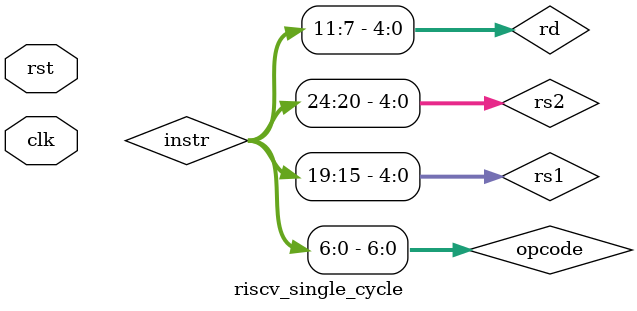
<source format=v>
module riscv_single_cycle (
    input clk,
    input rst
);
    // Program Counter
    wire [63:0] pc_next;
    reg [63:0] pc;
    wire [31:0] instr;

    // Instruction Memory
    instruction_memory imem (
        .addr(pc),
        .instr(instr)
    );

    // Control signals
    wire RegWrite, MemToReg, ALUsrc, branch, jump, memWrite, memRead;
    wire [2:0] alu_sel;

    // Main Control
    control_fsm control (
        .instr(instr),
        .RegWrite(RegWrite),
        .MemToReg(MemToReg),
        .ALUsrc(ALUsrc),
        .branch(branch),
        .jump(jump),
        .memWrite(memWrite),
        .memRead(memRead),
        .alu_sel(alu_sel)
    );

    // Register File
    wire [63:0] regA, regB, regW;
    wire [4:0] rs1 = instr[19:15];
    wire [4:0] rs2 = instr[24:20];
    wire [4:0] rd  = instr[11:7];

    regfile64 rf (
        .clk(clk),
        .rst(rst),
        .we(RegWrite),
        .Rw(rd),
        .Ra(rs1),
        .Rb(rs2),
        .W(regW),
        .A(regA),
        .B(regB)
    );

    // Immediate Generator and decoded fields
    wire [6:0] opcode = instr[6:0];
    wire [2:0] funct3 = instr[14:12];
    wire [63:0] imm;
    immediate_generator imm_gen (
        .instr(instr),
        .imm(imm)
    );

    // ALU
    wire [63:0] alu_in2 = ALUsrc ? imm : regB;
    wire [63:0] alu_result;
    wire alu_zero;

    ALU alu (
        .A(regA),
        .B(alu_in2),
        .ALUop(alu_sel),
        .result(alu_result),
        .zero(alu_zero)
    );

    // Data Memory
    wire [63:0] mem_out;
    data_mem64 dmem (
        .clk(clk),
        .memread(memRead),
        .memwrite(memWrite),
        .funct3(funct3),
        .addr(alu_result),
        .wdata(regB),
        .rdata(mem_out)
    );

    // Writeback Mux
    wire is_jal   = (opcode == 7'b1101111);
    wire is_jalr  = (opcode == 7'b1100111);
    wire is_lui   = (opcode == 7'b0110111);
    wire is_auipc = (opcode == 7'b0010111);
    wire [63:0] pc_plus4 = pc + 64'd4;
    wire [63:0] auipc_val = pc + imm;
    assign regW = (is_jal | is_jalr) ? pc_plus4 :
                  is_lui             ? imm :
                  is_auipc           ? auipc_val :
                  (MemToReg ? mem_out : alu_result);

    // PC update logic
    // Branch decision logic
    reg branch_taken;
    always @* begin
        branch_taken = 1'b0;
        if (branch) begin
            case (funct3)
                3'b000: branch_taken = (regA == regB); // BEQ
                3'b001: branch_taken = (regA != regB); // BNE
                3'b100: branch_taken = ($signed(regA) < $signed(regB)); // BLT
                3'b101: branch_taken = ($signed(regA) >= $signed(regB)); // BGE
                3'b110: branch_taken = (regA < regB); // BLTU
                3'b111: branch_taken = (regA >= regB); // BGEU
            endcase
        end
    end

    // Jump target selection
    wire [63:0] branch_target = pc + imm;
    wire [63:0] jalr_target   = (regA + imm) & ~64'd1;
    wire [63:0] jump_target   = is_jalr ? jalr_target : branch_target;

    pc_update pc_upd (
        .clk(clk),
        .rst(rst),
        .branch_taken(branch_taken),
        .jump(jump),
        .pc_in(pc),
        .branch_target(branch_target),
        .jump_target(jump_target),
        .pc_out(pc_next)
    );

    // PC register update
    always @(posedge clk or posedge rst) begin
        if (rst)
            pc <= 64'b0;
        else
            pc <= pc_next;
    end

endmodule

</source>
